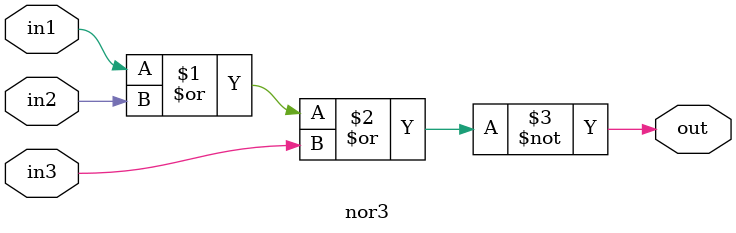
<source format=v>
/*
    CS/ECE 552 Spring '20
    Homework #1, Problem 2

    3 input NOR
*/
module nor3 (in1,in2,in3,out);
   input  in1,in2,in3;
   output out;
   assign out = ~(in1 | in2 | in3);
endmodule

</source>
